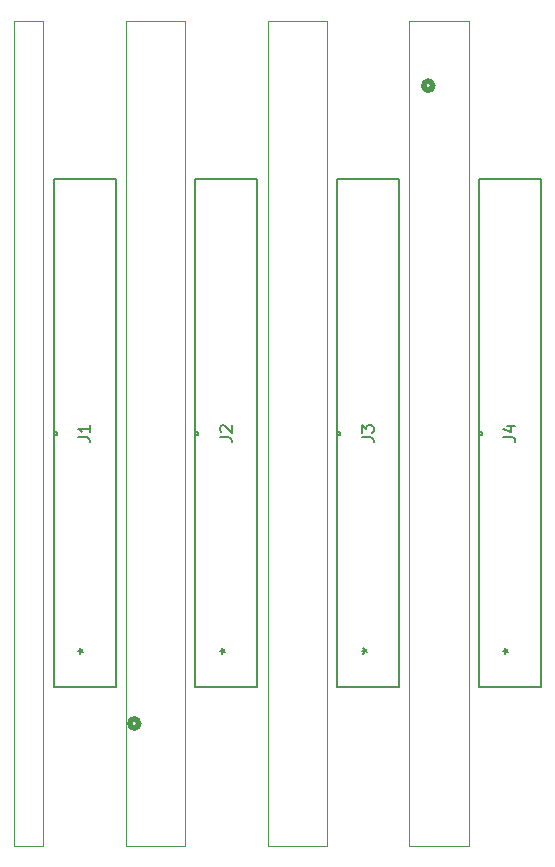
<source format=gbr>
%TF.GenerationSoftware,KiCad,Pcbnew,9.0.0-250-g02b756189b*%
%TF.CreationDate,2025-03-19T23:20:47-05:00*%
%TF.ProjectId,SSDTray,53534454-7261-4792-9e6b-696361645f70,rev?*%
%TF.SameCoordinates,Original*%
%TF.FileFunction,Legend,Top*%
%TF.FilePolarity,Positive*%
%FSLAX46Y46*%
G04 Gerber Fmt 4.6, Leading zero omitted, Abs format (unit mm)*
G04 Created by KiCad (PCBNEW 9.0.0-250-g02b756189b) date 2025-03-19 23:20:47*
%MOMM*%
%LPD*%
G01*
G04 APERTURE LIST*
%ADD10C,0.100000*%
%ADD11C,0.150000*%
%ADD12C,0.152400*%
%ADD13C,0.508000*%
G04 APERTURE END LIST*
D10*
X49500000Y-101000000D02*
X54500000Y-101000000D01*
X54500000Y-170850000D01*
X49500000Y-170850000D01*
X49500000Y-101000000D01*
X37500000Y-101000000D02*
X42500000Y-101000000D01*
X42500000Y-170850000D01*
X37500000Y-170850000D01*
X37500000Y-101000000D01*
X61500000Y-101000000D02*
X66500000Y-101000000D01*
X66500000Y-170850000D01*
X61500000Y-170850000D01*
X61500000Y-101000000D01*
X28000000Y-101000000D02*
X30500000Y-101000000D01*
X30500000Y-170850000D01*
X28000000Y-170850000D01*
X28000000Y-101000000D01*
D11*
X45454819Y-136258333D02*
X46169104Y-136258333D01*
X46169104Y-136258333D02*
X46311961Y-136305952D01*
X46311961Y-136305952D02*
X46407200Y-136401190D01*
X46407200Y-136401190D02*
X46454819Y-136544047D01*
X46454819Y-136544047D02*
X46454819Y-136639285D01*
X45550057Y-135829761D02*
X45502438Y-135782142D01*
X45502438Y-135782142D02*
X45454819Y-135686904D01*
X45454819Y-135686904D02*
X45454819Y-135448809D01*
X45454819Y-135448809D02*
X45502438Y-135353571D01*
X45502438Y-135353571D02*
X45550057Y-135305952D01*
X45550057Y-135305952D02*
X45645295Y-135258333D01*
X45645295Y-135258333D02*
X45740533Y-135258333D01*
X45740533Y-135258333D02*
X45883390Y-135305952D01*
X45883390Y-135305952D02*
X46454819Y-135877380D01*
X46454819Y-135877380D02*
X46454819Y-135258333D01*
X45454819Y-154339999D02*
X45692914Y-154339999D01*
X45597676Y-154578094D02*
X45692914Y-154339999D01*
X45692914Y-154339999D02*
X45597676Y-154101904D01*
X45883390Y-154482856D02*
X45692914Y-154339999D01*
X45692914Y-154339999D02*
X45883390Y-154197142D01*
X45454819Y-154339999D02*
X45692914Y-154339999D01*
X45597676Y-154578094D02*
X45692914Y-154339999D01*
X45692914Y-154339999D02*
X45597676Y-154101904D01*
X45883390Y-154482856D02*
X45692914Y-154339999D01*
X45692914Y-154339999D02*
X45883390Y-154197142D01*
X57454819Y-136258333D02*
X58169104Y-136258333D01*
X58169104Y-136258333D02*
X58311961Y-136305952D01*
X58311961Y-136305952D02*
X58407200Y-136401190D01*
X58407200Y-136401190D02*
X58454819Y-136544047D01*
X58454819Y-136544047D02*
X58454819Y-136639285D01*
X57454819Y-135877380D02*
X57454819Y-135258333D01*
X57454819Y-135258333D02*
X57835771Y-135591666D01*
X57835771Y-135591666D02*
X57835771Y-135448809D01*
X57835771Y-135448809D02*
X57883390Y-135353571D01*
X57883390Y-135353571D02*
X57931009Y-135305952D01*
X57931009Y-135305952D02*
X58026247Y-135258333D01*
X58026247Y-135258333D02*
X58264342Y-135258333D01*
X58264342Y-135258333D02*
X58359580Y-135305952D01*
X58359580Y-135305952D02*
X58407200Y-135353571D01*
X58407200Y-135353571D02*
X58454819Y-135448809D01*
X58454819Y-135448809D02*
X58454819Y-135734523D01*
X58454819Y-135734523D02*
X58407200Y-135829761D01*
X58407200Y-135829761D02*
X58359580Y-135877380D01*
X57454819Y-154339999D02*
X57692914Y-154339999D01*
X57597676Y-154578094D02*
X57692914Y-154339999D01*
X57692914Y-154339999D02*
X57597676Y-154101904D01*
X57883390Y-154482856D02*
X57692914Y-154339999D01*
X57692914Y-154339999D02*
X57883390Y-154197142D01*
X57454819Y-154339999D02*
X57692914Y-154339999D01*
X57597676Y-154578094D02*
X57692914Y-154339999D01*
X57692914Y-154339999D02*
X57597676Y-154101904D01*
X57883390Y-154482856D02*
X57692914Y-154339999D01*
X57692914Y-154339999D02*
X57883390Y-154197142D01*
X69454819Y-136258333D02*
X70169104Y-136258333D01*
X70169104Y-136258333D02*
X70311961Y-136305952D01*
X70311961Y-136305952D02*
X70407200Y-136401190D01*
X70407200Y-136401190D02*
X70454819Y-136544047D01*
X70454819Y-136544047D02*
X70454819Y-136639285D01*
X69788152Y-135353571D02*
X70454819Y-135353571D01*
X69407200Y-135591666D02*
X70121485Y-135829761D01*
X70121485Y-135829761D02*
X70121485Y-135210714D01*
X69454819Y-154339999D02*
X69692914Y-154339999D01*
X69597676Y-154578094D02*
X69692914Y-154339999D01*
X69692914Y-154339999D02*
X69597676Y-154101904D01*
X69883390Y-154482856D02*
X69692914Y-154339999D01*
X69692914Y-154339999D02*
X69883390Y-154197142D01*
X69454819Y-154339999D02*
X69692914Y-154339999D01*
X69597676Y-154578094D02*
X69692914Y-154339999D01*
X69692914Y-154339999D02*
X69597676Y-154101904D01*
X69883390Y-154482856D02*
X69692914Y-154339999D01*
X69692914Y-154339999D02*
X69883390Y-154197142D01*
X33454819Y-136258333D02*
X34169104Y-136258333D01*
X34169104Y-136258333D02*
X34311961Y-136305952D01*
X34311961Y-136305952D02*
X34407200Y-136401190D01*
X34407200Y-136401190D02*
X34454819Y-136544047D01*
X34454819Y-136544047D02*
X34454819Y-136639285D01*
X34454819Y-135258333D02*
X34454819Y-135829761D01*
X34454819Y-135544047D02*
X33454819Y-135544047D01*
X33454819Y-135544047D02*
X33597676Y-135639285D01*
X33597676Y-135639285D02*
X33692914Y-135734523D01*
X33692914Y-135734523D02*
X33740533Y-135829761D01*
X33454819Y-154339999D02*
X33692914Y-154339999D01*
X33597676Y-154578094D02*
X33692914Y-154339999D01*
X33692914Y-154339999D02*
X33597676Y-154101904D01*
X33883390Y-154482856D02*
X33692914Y-154339999D01*
X33692914Y-154339999D02*
X33883390Y-154197142D01*
X33454819Y-154339999D02*
X33692914Y-154339999D01*
X33597676Y-154578094D02*
X33692914Y-154339999D01*
X33692914Y-154339999D02*
X33597676Y-154101904D01*
X33883390Y-154482856D02*
X33692914Y-154339999D01*
X33692914Y-154339999D02*
X33883390Y-154197142D01*
D12*
%TO.C,J2*%
X43371100Y-114436600D02*
X43371100Y-157413400D01*
X43371100Y-135798000D02*
X43371100Y-136052000D01*
X43371100Y-136052000D02*
X43625100Y-136052000D01*
X43371100Y-157413400D02*
X48628900Y-157413400D01*
X43625100Y-135798000D02*
X43371100Y-135798000D01*
X43625100Y-136052000D02*
X43625100Y-135798000D01*
X48628900Y-114436600D02*
X43371100Y-114436600D01*
X48628900Y-157413400D02*
X48628900Y-114436600D01*
%TO.C,J3*%
X55371100Y-114436600D02*
X55371100Y-157413400D01*
X55371100Y-135798000D02*
X55371100Y-136052000D01*
X55371100Y-136052000D02*
X55625100Y-136052000D01*
X55371100Y-157413400D02*
X60628900Y-157413400D01*
X55625100Y-135798000D02*
X55371100Y-135798000D01*
X55625100Y-136052000D02*
X55625100Y-135798000D01*
X60628900Y-114436600D02*
X55371100Y-114436600D01*
X60628900Y-157413400D02*
X60628900Y-114436600D01*
%TO.C,J4*%
X67371100Y-114436600D02*
X67371100Y-157413400D01*
X67371100Y-135798000D02*
X67371100Y-136052000D01*
X67371100Y-136052000D02*
X67625100Y-136052000D01*
X67371100Y-157413400D02*
X72628900Y-157413400D01*
X67625100Y-135798000D02*
X67371100Y-135798000D01*
X67625100Y-136052000D02*
X67625100Y-135798000D01*
X72628900Y-114436600D02*
X67371100Y-114436600D01*
X72628900Y-157413400D02*
X72628900Y-114436600D01*
%TO.C,J1*%
X31371100Y-114436600D02*
X31371100Y-157413400D01*
X31371100Y-135798000D02*
X31371100Y-136052000D01*
X31371100Y-136052000D02*
X31625100Y-136052000D01*
X31371100Y-157413400D02*
X36628900Y-157413400D01*
X31625100Y-135798000D02*
X31371100Y-135798000D01*
X31625100Y-136052000D02*
X31625100Y-135798000D01*
X36628900Y-114436600D02*
X31371100Y-114436600D01*
X36628900Y-157413400D02*
X36628900Y-114436600D01*
D13*
%TO.C,J5*%
X38579000Y-160500000D02*
G75*
G02*
X37817000Y-160500000I-381000J0D01*
G01*
X37817000Y-160500000D02*
G75*
G02*
X38579000Y-160500000I381000J0D01*
G01*
%TO.C,U1*%
X63463000Y-106500000D02*
G75*
G02*
X62701000Y-106500000I-381000J0D01*
G01*
X62701000Y-106500000D02*
G75*
G02*
X63463000Y-106500000I381000J0D01*
G01*
%TD*%
M02*

</source>
